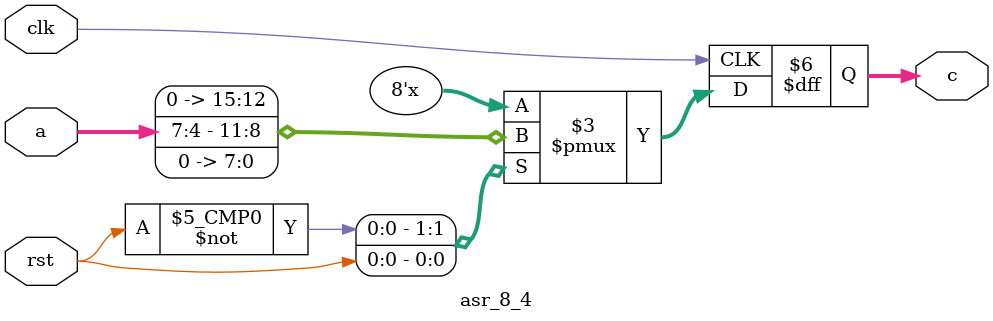
<source format=v>
module asr_8_4(
    a,
    c,
    clk,
    rst
);

input [7:0] a;
input clk, rst;
output [7:0] c;

always @ ( posedge clk )
begin
    case(rst)
        0: c = a >>> 4;
        1: c = 0;
    endcase
end

endmodule

</source>
